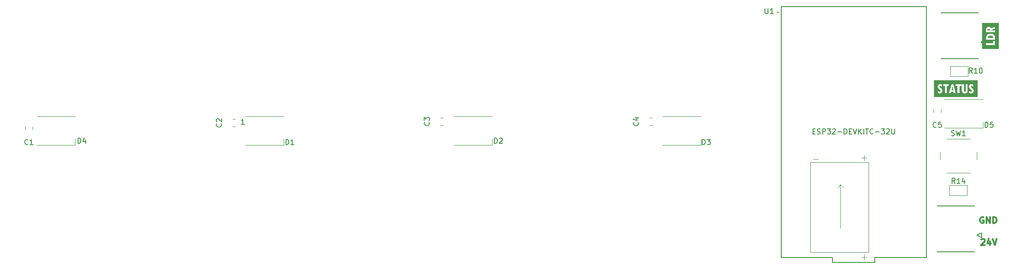
<source format=gto>
%TF.GenerationSoftware,KiCad,Pcbnew,(7.0.0)*%
%TF.CreationDate,2023-08-23T12:35:54+05:30*%
%TF.ProjectId,X1A51B8-v1,58314135-3142-4382-9d76-312e6b696361,rev?*%
%TF.SameCoordinates,Original*%
%TF.FileFunction,Legend,Top*%
%TF.FilePolarity,Positive*%
%FSLAX46Y46*%
G04 Gerber Fmt 4.6, Leading zero omitted, Abs format (unit mm)*
G04 Created by KiCad (PCBNEW (7.0.0)) date 2023-08-23 12:35:54*
%MOMM*%
%LPD*%
G01*
G04 APERTURE LIST*
%ADD10C,0.300000*%
%ADD11C,0.150000*%
%ADD12C,0.120000*%
%ADD13C,0.127000*%
%ADD14C,0.200000*%
G04 APERTURE END LIST*
D10*
G36*
X259357745Y-87012527D02*
G01*
X259026552Y-87012527D01*
X259201430Y-86247070D01*
X259206803Y-86247070D01*
X259357745Y-87012527D01*
G37*
G36*
X264001345Y-88310977D02*
G01*
X255632499Y-88310977D01*
X255632499Y-86249512D01*
X256368213Y-86249512D01*
X256368717Y-86272441D01*
X256370228Y-86295308D01*
X256372747Y-86318114D01*
X256376273Y-86340859D01*
X256380807Y-86363543D01*
X256386348Y-86386166D01*
X256392897Y-86408728D01*
X256400453Y-86431229D01*
X256409024Y-86453684D01*
X256418619Y-86476109D01*
X256429236Y-86498503D01*
X256440875Y-86520866D01*
X256453538Y-86543199D01*
X256463706Y-86559929D01*
X256474449Y-86576641D01*
X256485768Y-86593337D01*
X256497662Y-86610015D01*
X256501894Y-86615631D01*
X256516293Y-86633569D01*
X256533242Y-86653138D01*
X256552740Y-86674338D01*
X256567156Y-86689379D01*
X256582706Y-86705144D01*
X256599389Y-86721634D01*
X256617205Y-86738849D01*
X256636155Y-86756790D01*
X256656238Y-86775455D01*
X256677455Y-86794846D01*
X256699805Y-86814961D01*
X256723289Y-86835802D01*
X256747906Y-86857368D01*
X256773656Y-86879659D01*
X256781771Y-86886691D01*
X256797227Y-86900632D01*
X256818479Y-86921236D01*
X256837412Y-86941470D01*
X256854027Y-86961335D01*
X256868324Y-86980831D01*
X256880303Y-86999958D01*
X256889963Y-87018716D01*
X256897304Y-87037104D01*
X256903487Y-87061047D01*
X256905547Y-87084334D01*
X256905092Y-87095795D01*
X256901451Y-87117685D01*
X256894170Y-87138201D01*
X256883248Y-87157344D01*
X256868685Y-87175113D01*
X256853768Y-87188870D01*
X256847255Y-87194017D01*
X256830089Y-87205430D01*
X256811659Y-87214768D01*
X256791964Y-87222031D01*
X256771006Y-87227218D01*
X256748783Y-87230331D01*
X256725296Y-87231369D01*
X256703862Y-87230636D01*
X256682424Y-87228438D01*
X256660982Y-87224774D01*
X256639536Y-87219645D01*
X256618087Y-87213050D01*
X256596634Y-87204990D01*
X256575176Y-87195465D01*
X256553715Y-87184474D01*
X256532251Y-87172018D01*
X256510782Y-87158096D01*
X256489310Y-87142709D01*
X256467834Y-87125856D01*
X256446354Y-87107538D01*
X256424870Y-87087754D01*
X256403382Y-87066505D01*
X256381891Y-87043790D01*
X256381891Y-87387684D01*
X256404269Y-87410399D01*
X256426709Y-87431648D01*
X256449210Y-87451431D01*
X256471772Y-87469750D01*
X256494395Y-87486602D01*
X256517079Y-87501990D01*
X256539824Y-87515912D01*
X256562630Y-87528368D01*
X256585498Y-87539359D01*
X256608426Y-87548884D01*
X256631415Y-87556944D01*
X256654466Y-87563539D01*
X256677577Y-87568668D01*
X256700750Y-87572332D01*
X256723983Y-87574530D01*
X256747278Y-87575263D01*
X256775467Y-87574694D01*
X256803003Y-87572988D01*
X256829887Y-87570145D01*
X256856119Y-87566165D01*
X256881697Y-87561047D01*
X256906623Y-87554792D01*
X256930897Y-87547400D01*
X256954518Y-87538870D01*
X256977486Y-87529204D01*
X256999802Y-87518400D01*
X257021465Y-87506459D01*
X257042476Y-87493380D01*
X257062834Y-87479164D01*
X257082539Y-87463812D01*
X257101592Y-87447321D01*
X257119993Y-87429694D01*
X257137561Y-87411181D01*
X257153996Y-87392035D01*
X257169297Y-87372255D01*
X257183465Y-87351841D01*
X257196500Y-87330795D01*
X257208401Y-87309114D01*
X257219168Y-87286800D01*
X257228803Y-87263853D01*
X257237304Y-87240272D01*
X257244671Y-87216058D01*
X257250905Y-87191210D01*
X257256005Y-87165728D01*
X257259972Y-87139613D01*
X257262806Y-87112865D01*
X257264506Y-87085483D01*
X257265073Y-87057468D01*
X257264916Y-87043126D01*
X257264095Y-87021871D01*
X257262569Y-87000926D01*
X257260340Y-86980289D01*
X257257406Y-86959961D01*
X257253768Y-86939943D01*
X257249426Y-86920234D01*
X257244380Y-86900834D01*
X257238630Y-86881743D01*
X257232175Y-86862961D01*
X257225017Y-86844488D01*
X257222518Y-86838407D01*
X257214713Y-86820468D01*
X257203585Y-86797258D01*
X257191632Y-86774856D01*
X257178855Y-86753263D01*
X257165254Y-86732480D01*
X257150828Y-86712505D01*
X257135578Y-86693340D01*
X257119504Y-86674983D01*
X257106341Y-86660964D01*
X257091580Y-86646018D01*
X257075223Y-86630144D01*
X257057268Y-86613343D01*
X257037716Y-86595614D01*
X257016567Y-86576958D01*
X257001581Y-86564006D01*
X256985884Y-86550641D01*
X256969478Y-86536864D01*
X256952362Y-86522675D01*
X256934536Y-86508074D01*
X256916000Y-86493061D01*
X256896755Y-86477635D01*
X256887558Y-86470035D01*
X256870041Y-86455025D01*
X256853692Y-86440271D01*
X256838511Y-86425773D01*
X256824498Y-86411531D01*
X256805667Y-86390647D01*
X256789464Y-86370338D01*
X256775889Y-86350604D01*
X256764941Y-86331446D01*
X256756620Y-86312863D01*
X256749614Y-86288981D01*
X256747278Y-86266121D01*
X256748944Y-86247963D01*
X256755098Y-86227647D01*
X256765787Y-86208266D01*
X256778558Y-86192398D01*
X256794661Y-86177217D01*
X256800635Y-86172366D01*
X256819177Y-86159692D01*
X256838646Y-86149835D01*
X256859042Y-86142794D01*
X256880365Y-86138569D01*
X256902616Y-86137161D01*
X256928003Y-86138809D01*
X256953604Y-86143755D01*
X256979420Y-86151998D01*
X257005450Y-86163539D01*
X257022923Y-86173064D01*
X257040491Y-86184055D01*
X257058155Y-86196512D01*
X257075914Y-86210434D01*
X257093769Y-86225821D01*
X257111719Y-86242674D01*
X257129764Y-86260992D01*
X257147905Y-86280775D01*
X257166141Y-86302025D01*
X257184473Y-86324739D01*
X257184473Y-85887056D01*
X257164200Y-85875699D01*
X257143928Y-85865074D01*
X257123656Y-85855182D01*
X257103384Y-85846023D01*
X257083112Y-85837597D01*
X257062840Y-85829903D01*
X257047193Y-85824530D01*
X257413084Y-85824530D01*
X257413084Y-86168424D01*
X257754047Y-86168424D01*
X257754047Y-87544000D01*
X258123342Y-87544000D01*
X258533670Y-87544000D01*
X258896615Y-87544000D01*
X258959630Y-87293895D01*
X259411479Y-87293895D01*
X259468143Y-87544000D01*
X259830600Y-87544000D01*
X259400732Y-85824530D01*
X259839881Y-85824530D01*
X259839881Y-86168424D01*
X260180844Y-86168424D01*
X260180844Y-87544000D01*
X260550139Y-87544000D01*
X260550139Y-86165981D01*
X260884263Y-86165981D01*
X260884263Y-85824530D01*
X261025924Y-85824530D01*
X261025924Y-87028159D01*
X261026485Y-87060654D01*
X261028168Y-87092196D01*
X261030973Y-87122784D01*
X261034900Y-87152417D01*
X261039949Y-87181097D01*
X261046120Y-87208822D01*
X261053413Y-87235593D01*
X261061828Y-87261411D01*
X261071365Y-87286274D01*
X261082024Y-87310183D01*
X261093805Y-87333138D01*
X261106707Y-87355139D01*
X261120732Y-87376186D01*
X261135879Y-87396278D01*
X261152148Y-87415417D01*
X261169539Y-87433602D01*
X261187972Y-87450756D01*
X261207366Y-87466803D01*
X261227722Y-87481744D01*
X261249040Y-87495578D01*
X261271320Y-87508306D01*
X261294561Y-87519926D01*
X261318764Y-87530440D01*
X261343928Y-87539847D01*
X261370055Y-87548148D01*
X261397143Y-87555342D01*
X261425192Y-87561429D01*
X261454204Y-87566409D01*
X261484177Y-87570282D01*
X261515112Y-87573049D01*
X261547009Y-87574709D01*
X261579867Y-87575263D01*
X261611546Y-87574724D01*
X261642347Y-87573110D01*
X261672271Y-87570420D01*
X261701317Y-87566653D01*
X261729485Y-87561810D01*
X261756775Y-87555891D01*
X261783188Y-87548896D01*
X261808722Y-87540824D01*
X261833380Y-87531677D01*
X261857159Y-87521453D01*
X261880060Y-87510153D01*
X261902084Y-87497777D01*
X261923230Y-87484324D01*
X261943499Y-87469795D01*
X261962889Y-87454191D01*
X261981402Y-87437510D01*
X261998970Y-87419823D01*
X262015405Y-87401324D01*
X262030707Y-87382011D01*
X262044875Y-87361886D01*
X262057909Y-87340948D01*
X262069810Y-87319197D01*
X262080578Y-87296633D01*
X262090212Y-87273256D01*
X262098713Y-87249067D01*
X262106080Y-87224064D01*
X262112314Y-87198249D01*
X262117415Y-87171621D01*
X262121382Y-87144180D01*
X262124216Y-87115926D01*
X262125916Y-87086859D01*
X262126482Y-87056979D01*
X262126482Y-86249512D01*
X262368771Y-86249512D01*
X262369275Y-86272441D01*
X262370786Y-86295308D01*
X262373305Y-86318114D01*
X262376831Y-86340859D01*
X262381365Y-86363543D01*
X262386906Y-86386166D01*
X262393455Y-86408728D01*
X262401011Y-86431229D01*
X262409583Y-86453684D01*
X262419177Y-86476109D01*
X262429794Y-86498503D01*
X262441434Y-86520866D01*
X262454096Y-86543199D01*
X262464264Y-86559929D01*
X262475007Y-86576641D01*
X262486326Y-86593337D01*
X262498220Y-86610015D01*
X262502453Y-86615631D01*
X262516851Y-86633569D01*
X262533800Y-86653138D01*
X262553299Y-86674338D01*
X262567715Y-86689379D01*
X262583264Y-86705144D01*
X262599947Y-86721634D01*
X262617764Y-86738849D01*
X262636713Y-86756790D01*
X262656797Y-86775455D01*
X262678013Y-86794846D01*
X262700363Y-86814961D01*
X262723847Y-86835802D01*
X262748464Y-86857368D01*
X262774214Y-86879659D01*
X262782329Y-86886691D01*
X262797785Y-86900632D01*
X262819037Y-86921236D01*
X262837970Y-86941470D01*
X262854586Y-86961335D01*
X262868882Y-86980831D01*
X262880861Y-86999958D01*
X262890521Y-87018716D01*
X262897862Y-87037104D01*
X262904045Y-87061047D01*
X262906106Y-87084334D01*
X262905650Y-87095795D01*
X262902010Y-87117685D01*
X262894728Y-87138201D01*
X262883806Y-87157344D01*
X262869243Y-87175113D01*
X262854326Y-87188870D01*
X262847814Y-87194017D01*
X262830647Y-87205430D01*
X262812217Y-87214768D01*
X262792523Y-87222031D01*
X262771564Y-87227218D01*
X262749341Y-87230331D01*
X262725854Y-87231369D01*
X262704420Y-87230636D01*
X262682982Y-87228438D01*
X262661540Y-87224774D01*
X262640095Y-87219645D01*
X262618645Y-87213050D01*
X262597192Y-87204990D01*
X262575735Y-87195465D01*
X262554274Y-87184474D01*
X262532809Y-87172018D01*
X262511340Y-87158096D01*
X262489868Y-87142709D01*
X262468392Y-87125856D01*
X262446912Y-87107538D01*
X262425428Y-87087754D01*
X262403940Y-87066505D01*
X262382449Y-87043790D01*
X262382449Y-87387684D01*
X262404828Y-87410399D01*
X262427267Y-87431648D01*
X262449768Y-87451431D01*
X262472330Y-87469750D01*
X262494953Y-87486602D01*
X262517637Y-87501990D01*
X262540382Y-87515912D01*
X262563189Y-87528368D01*
X262586056Y-87539359D01*
X262608984Y-87548884D01*
X262631974Y-87556944D01*
X262655024Y-87563539D01*
X262678135Y-87568668D01*
X262701308Y-87572332D01*
X262724542Y-87574530D01*
X262747836Y-87575263D01*
X262776025Y-87574694D01*
X262803562Y-87572988D01*
X262830446Y-87570145D01*
X262856677Y-87566165D01*
X262882256Y-87561047D01*
X262907182Y-87554792D01*
X262931455Y-87547400D01*
X262955076Y-87538870D01*
X262978045Y-87529204D01*
X263000360Y-87518400D01*
X263022024Y-87506459D01*
X263043034Y-87493380D01*
X263063392Y-87479164D01*
X263083098Y-87463812D01*
X263102151Y-87447321D01*
X263120551Y-87429694D01*
X263138119Y-87411181D01*
X263154554Y-87392035D01*
X263169855Y-87372255D01*
X263184023Y-87351841D01*
X263197058Y-87330795D01*
X263208959Y-87309114D01*
X263219727Y-87286800D01*
X263229361Y-87263853D01*
X263237862Y-87240272D01*
X263245229Y-87216058D01*
X263251463Y-87191210D01*
X263256564Y-87165728D01*
X263260531Y-87139613D01*
X263263364Y-87112865D01*
X263265064Y-87085483D01*
X263265631Y-87057468D01*
X263265475Y-87043126D01*
X263264653Y-87021871D01*
X263263128Y-87000926D01*
X263260898Y-86980289D01*
X263257964Y-86959961D01*
X263254326Y-86939943D01*
X263249984Y-86920234D01*
X263244938Y-86900834D01*
X263239188Y-86881743D01*
X263232734Y-86862961D01*
X263225575Y-86844488D01*
X263223076Y-86838407D01*
X263215271Y-86820468D01*
X263204143Y-86797258D01*
X263192190Y-86774856D01*
X263179413Y-86753263D01*
X263165812Y-86732480D01*
X263151386Y-86712505D01*
X263136137Y-86693340D01*
X263120062Y-86674983D01*
X263106899Y-86660964D01*
X263092138Y-86646018D01*
X263075781Y-86630144D01*
X263057826Y-86613343D01*
X263038274Y-86595614D01*
X263017125Y-86576958D01*
X263002139Y-86564006D01*
X262986442Y-86550641D01*
X262970036Y-86536864D01*
X262952920Y-86522675D01*
X262935094Y-86508074D01*
X262916558Y-86493061D01*
X262897313Y-86477635D01*
X262888117Y-86470035D01*
X262870600Y-86455025D01*
X262854251Y-86440271D01*
X262839069Y-86425773D01*
X262825056Y-86411531D01*
X262806226Y-86390647D01*
X262790022Y-86370338D01*
X262776447Y-86350604D01*
X262765499Y-86331446D01*
X262757178Y-86312863D01*
X262750172Y-86288981D01*
X262747836Y-86266121D01*
X262749502Y-86247963D01*
X262755656Y-86227647D01*
X262766345Y-86208266D01*
X262779116Y-86192398D01*
X262795219Y-86177217D01*
X262801194Y-86172366D01*
X262819735Y-86159692D01*
X262839204Y-86149835D01*
X262859600Y-86142794D01*
X262880924Y-86138569D01*
X262903175Y-86137161D01*
X262928561Y-86138809D01*
X262954162Y-86143755D01*
X262979978Y-86151998D01*
X263006009Y-86163539D01*
X263023481Y-86173064D01*
X263041050Y-86184055D01*
X263058713Y-86196512D01*
X263076473Y-86210434D01*
X263094327Y-86225821D01*
X263112277Y-86242674D01*
X263130322Y-86260992D01*
X263148463Y-86280775D01*
X263166699Y-86302025D01*
X263185031Y-86324739D01*
X263185031Y-85887056D01*
X263164759Y-85875699D01*
X263144487Y-85865074D01*
X263124214Y-85855182D01*
X263103942Y-85846023D01*
X263083670Y-85837597D01*
X263063398Y-85829903D01*
X263043126Y-85822942D01*
X263022854Y-85816714D01*
X263002581Y-85811219D01*
X262982309Y-85806456D01*
X262962037Y-85802426D01*
X262941765Y-85799129D01*
X262921493Y-85796564D01*
X262901221Y-85794732D01*
X262880949Y-85793633D01*
X262860676Y-85793267D01*
X262834167Y-85793772D01*
X262808248Y-85795289D01*
X262782921Y-85797818D01*
X262758186Y-85801357D01*
X262734042Y-85805908D01*
X262710490Y-85811470D01*
X262687529Y-85818044D01*
X262665160Y-85825629D01*
X262643382Y-85834225D01*
X262622196Y-85843833D01*
X262601602Y-85854452D01*
X262581598Y-85866082D01*
X262562187Y-85878723D01*
X262543367Y-85892376D01*
X262525138Y-85907040D01*
X262507501Y-85922715D01*
X262490702Y-85939105D01*
X262474986Y-85956032D01*
X262460355Y-85973497D01*
X262446807Y-85991500D01*
X262434343Y-86010042D01*
X262422963Y-86029121D01*
X262412666Y-86048739D01*
X262403454Y-86068895D01*
X262395325Y-86089589D01*
X262388280Y-86110821D01*
X262382319Y-86132591D01*
X262377442Y-86154899D01*
X262373649Y-86177745D01*
X262370939Y-86201129D01*
X262369313Y-86225052D01*
X262368771Y-86249512D01*
X262126482Y-86249512D01*
X262126482Y-85824530D01*
X261751325Y-85824530D01*
X261751325Y-86995919D01*
X261751281Y-87002623D01*
X261750608Y-87022220D01*
X261748456Y-87047148D01*
X261744868Y-87070703D01*
X261739846Y-87092883D01*
X261733389Y-87113689D01*
X261725497Y-87133122D01*
X261716170Y-87151181D01*
X261705408Y-87167866D01*
X261699534Y-87175555D01*
X261683683Y-87192609D01*
X261666161Y-87206563D01*
X261646970Y-87217415D01*
X261626109Y-87225167D01*
X261603579Y-87229818D01*
X261579378Y-87231369D01*
X261558717Y-87230346D01*
X261539231Y-87227278D01*
X261516526Y-87220566D01*
X261495658Y-87210658D01*
X261476627Y-87197553D01*
X261459432Y-87181253D01*
X261446999Y-87165912D01*
X261435893Y-87148547D01*
X261426269Y-87129428D01*
X261418125Y-87108553D01*
X261411461Y-87085922D01*
X261406279Y-87061536D01*
X261403364Y-87042094D01*
X261401282Y-87021665D01*
X261400032Y-87000249D01*
X261399616Y-86977845D01*
X261399616Y-85824530D01*
X261025924Y-85824530D01*
X260884263Y-85824530D01*
X259839881Y-85824530D01*
X259400732Y-85824530D01*
X259024110Y-85824530D01*
X258685261Y-87012527D01*
X258533670Y-87544000D01*
X258123342Y-87544000D01*
X258123342Y-86165981D01*
X258457466Y-86165981D01*
X258457466Y-85824530D01*
X257413084Y-85824530D01*
X257047193Y-85824530D01*
X257042568Y-85822942D01*
X257022295Y-85816714D01*
X257002023Y-85811219D01*
X256981751Y-85806456D01*
X256961479Y-85802426D01*
X256941207Y-85799129D01*
X256920935Y-85796564D01*
X256900662Y-85794732D01*
X256880390Y-85793633D01*
X256860118Y-85793267D01*
X256833608Y-85793772D01*
X256807690Y-85795289D01*
X256782363Y-85797818D01*
X256757628Y-85801357D01*
X256733484Y-85805908D01*
X256709932Y-85811470D01*
X256686971Y-85818044D01*
X256664602Y-85825629D01*
X256642824Y-85834225D01*
X256621638Y-85843833D01*
X256601043Y-85854452D01*
X256581040Y-85866082D01*
X256561629Y-85878723D01*
X256542809Y-85892376D01*
X256524580Y-85907040D01*
X256506943Y-85922715D01*
X256490144Y-85939105D01*
X256474428Y-85956032D01*
X256459796Y-85973497D01*
X256446249Y-85991500D01*
X256433785Y-86010042D01*
X256422404Y-86029121D01*
X256412108Y-86048739D01*
X256402896Y-86068895D01*
X256394767Y-86089589D01*
X256387722Y-86110821D01*
X256381761Y-86132591D01*
X256376884Y-86154899D01*
X256373090Y-86177745D01*
X256370381Y-86201129D01*
X256368755Y-86225052D01*
X256368213Y-86249512D01*
X255632499Y-86249512D01*
X255632499Y-85057553D01*
X264001345Y-85057553D01*
X264001345Y-88310977D01*
G37*
G36*
X266578110Y-76508102D02*
G01*
X266615633Y-76509510D01*
X266651306Y-76511857D01*
X266685128Y-76515143D01*
X266717099Y-76519368D01*
X266747219Y-76524531D01*
X266775488Y-76530633D01*
X266801907Y-76537674D01*
X266826474Y-76545654D01*
X266849191Y-76554573D01*
X266870056Y-76564430D01*
X266889071Y-76575227D01*
X266906235Y-76586962D01*
X266928510Y-76606325D01*
X266946621Y-76627800D01*
X266956972Y-76642787D01*
X266971248Y-76665138D01*
X266984020Y-76687334D01*
X266995290Y-76709376D01*
X267005058Y-76731263D01*
X267013322Y-76752996D01*
X267020084Y-76774575D01*
X267025344Y-76795998D01*
X267029100Y-76817267D01*
X267031354Y-76838382D01*
X267032106Y-76859342D01*
X267032106Y-76903306D01*
X266000424Y-76903306D01*
X266000424Y-76862273D01*
X266001195Y-76839284D01*
X266003507Y-76816478D01*
X266007362Y-76793855D01*
X266012758Y-76771415D01*
X266019696Y-76749158D01*
X266028176Y-76727085D01*
X266038197Y-76705194D01*
X266049761Y-76683487D01*
X266056071Y-76672844D01*
X266069917Y-76652541D01*
X266085395Y-76633551D01*
X266102508Y-76615874D01*
X266121253Y-76599510D01*
X266141632Y-76584458D01*
X266163645Y-76570720D01*
X266181226Y-76561277D01*
X266199726Y-76552573D01*
X266219887Y-76544542D01*
X266242453Y-76537300D01*
X266267423Y-76530849D01*
X266294797Y-76525187D01*
X266314383Y-76521852D01*
X266335036Y-76518868D01*
X266356759Y-76516234D01*
X266379550Y-76513952D01*
X266403409Y-76512021D01*
X266428337Y-76510441D01*
X266454334Y-76509212D01*
X266481399Y-76508335D01*
X266509533Y-76507808D01*
X266538735Y-76507632D01*
X266578110Y-76508102D01*
G37*
G36*
X266192850Y-75194142D02*
G01*
X266212808Y-75194850D01*
X266238377Y-75197117D01*
X266262756Y-75200895D01*
X266285944Y-75206184D01*
X266307941Y-75212985D01*
X266328747Y-75221297D01*
X266348363Y-75231120D01*
X266366788Y-75242454D01*
X266379534Y-75252602D01*
X266394577Y-75269780D01*
X266407392Y-75291124D01*
X266415541Y-75309867D01*
X266422436Y-75330955D01*
X266428078Y-75354386D01*
X266432466Y-75380162D01*
X266435600Y-75408282D01*
X266436993Y-75428331D01*
X266437828Y-75449422D01*
X266438107Y-75471554D01*
X265937898Y-75471554D01*
X265937898Y-75395839D01*
X265938867Y-75371409D01*
X265941775Y-75348555D01*
X265946622Y-75327277D01*
X265953407Y-75307576D01*
X265962131Y-75289450D01*
X265972794Y-75272901D01*
X265985395Y-75257928D01*
X265999935Y-75244531D01*
X266016414Y-75232710D01*
X266034831Y-75222465D01*
X266055188Y-75213796D01*
X266077482Y-75206703D01*
X266101716Y-75201187D01*
X266127888Y-75197247D01*
X266155999Y-75194882D01*
X266186048Y-75194094D01*
X266192850Y-75194142D01*
G37*
G36*
X268111714Y-79039021D02*
G01*
X264920816Y-79039021D01*
X264920816Y-78303306D01*
X265656530Y-78303306D01*
X267376000Y-78303306D01*
X267376000Y-77500724D01*
X267032106Y-77500724D01*
X267032106Y-77934988D01*
X265656530Y-77934988D01*
X265656530Y-78303306D01*
X264920816Y-78303306D01*
X264920816Y-77278463D01*
X265656530Y-77278463D01*
X267376000Y-77278463D01*
X267376000Y-76881324D01*
X267375781Y-76858591D01*
X267375124Y-76836187D01*
X267374029Y-76814112D01*
X267372496Y-76792366D01*
X267370526Y-76770950D01*
X267368117Y-76749862D01*
X267365270Y-76729104D01*
X267361986Y-76708675D01*
X267358264Y-76688575D01*
X267354104Y-76668804D01*
X267349505Y-76649362D01*
X267344469Y-76630250D01*
X267333083Y-76593012D01*
X267319946Y-76557092D01*
X267305056Y-76522487D01*
X267288416Y-76489200D01*
X267270023Y-76457229D01*
X267249879Y-76426574D01*
X267227983Y-76397237D01*
X267204335Y-76369215D01*
X267178936Y-76342511D01*
X267151785Y-76317123D01*
X267137553Y-76304951D01*
X267107961Y-76281767D01*
X267076866Y-76260129D01*
X267044267Y-76240036D01*
X267010165Y-76221489D01*
X266992550Y-76212795D01*
X266974559Y-76204487D01*
X266956192Y-76196566D01*
X266937449Y-76189031D01*
X266918330Y-76181883D01*
X266898836Y-76175121D01*
X266878965Y-76168745D01*
X266858719Y-76162756D01*
X266838097Y-76157153D01*
X266817098Y-76151937D01*
X266795724Y-76147107D01*
X266773974Y-76142663D01*
X266751848Y-76138606D01*
X266729347Y-76134936D01*
X266706469Y-76131651D01*
X266683215Y-76128753D01*
X266659586Y-76126242D01*
X266635580Y-76124116D01*
X266611199Y-76122378D01*
X266586442Y-76121025D01*
X266561308Y-76120059D01*
X266535799Y-76119480D01*
X266509914Y-76119286D01*
X266484304Y-76119484D01*
X266459070Y-76120078D01*
X266434211Y-76121068D01*
X266409729Y-76122454D01*
X266385622Y-76124236D01*
X266361892Y-76126413D01*
X266338537Y-76128987D01*
X266315558Y-76131956D01*
X266292955Y-76135322D01*
X266270728Y-76139083D01*
X266248877Y-76143241D01*
X266227402Y-76147794D01*
X266206302Y-76152743D01*
X266185579Y-76158088D01*
X266165231Y-76163830D01*
X266145260Y-76169967D01*
X266125664Y-76176500D01*
X266106444Y-76183429D01*
X266087600Y-76190754D01*
X266069132Y-76198474D01*
X266051040Y-76206591D01*
X266033324Y-76215104D01*
X265999019Y-76233317D01*
X265966218Y-76253114D01*
X265934921Y-76274495D01*
X265905127Y-76297460D01*
X265876837Y-76322008D01*
X265850159Y-76347838D01*
X265825202Y-76374772D01*
X265801967Y-76402808D01*
X265780453Y-76431948D01*
X265760659Y-76462190D01*
X265742587Y-76493535D01*
X265726236Y-76525983D01*
X265711607Y-76559534D01*
X265698698Y-76594188D01*
X265687511Y-76629945D01*
X265678044Y-76666804D01*
X265670299Y-76704767D01*
X265667072Y-76724162D01*
X265664275Y-76743832D01*
X265661908Y-76763779D01*
X265659972Y-76784001D01*
X265658466Y-76804499D01*
X265657390Y-76825272D01*
X265656745Y-76846321D01*
X265656530Y-76867646D01*
X265656530Y-76903306D01*
X265656530Y-77278463D01*
X264920816Y-77278463D01*
X264920816Y-75841338D01*
X265656530Y-75841338D01*
X267376000Y-75841338D01*
X267376000Y-75471554D01*
X266525057Y-75471554D01*
X266525057Y-75466181D01*
X267376000Y-75168205D01*
X267376000Y-74788651D01*
X266598330Y-75092489D01*
X266587755Y-75074062D01*
X266577035Y-75056273D01*
X266566170Y-75039120D01*
X266555160Y-75022605D01*
X266538373Y-74999028D01*
X266521260Y-74976884D01*
X266503821Y-74956175D01*
X266486055Y-74936899D01*
X266467963Y-74919057D01*
X266449544Y-74902650D01*
X266430800Y-74887676D01*
X266411729Y-74874136D01*
X266391992Y-74861827D01*
X266371251Y-74850729D01*
X266349505Y-74840841D01*
X266326755Y-74832165D01*
X266303000Y-74824699D01*
X266278240Y-74818443D01*
X266252476Y-74813399D01*
X266225707Y-74809565D01*
X266197934Y-74806941D01*
X266169156Y-74805529D01*
X266149412Y-74805260D01*
X266132962Y-74805498D01*
X266108423Y-74806751D01*
X266084046Y-74809076D01*
X266059833Y-74812475D01*
X266035784Y-74816947D01*
X266011897Y-74822493D01*
X265988173Y-74829112D01*
X265964613Y-74836804D01*
X265941216Y-74845569D01*
X265917982Y-74855408D01*
X265894911Y-74866321D01*
X265879838Y-74874276D01*
X265858181Y-74887417D01*
X265837666Y-74902010D01*
X265818294Y-74918055D01*
X265800063Y-74935550D01*
X265782974Y-74954496D01*
X265767027Y-74974894D01*
X265752222Y-74996743D01*
X265738559Y-75020043D01*
X265726038Y-75044794D01*
X265714660Y-75070996D01*
X265707620Y-75088952D01*
X265697913Y-75115899D01*
X265689228Y-75142864D01*
X265681564Y-75169847D01*
X265674922Y-75196846D01*
X265669303Y-75223862D01*
X265664704Y-75250896D01*
X265661128Y-75277947D01*
X265658573Y-75305015D01*
X265657041Y-75332100D01*
X265656530Y-75359203D01*
X265656530Y-75471554D01*
X265656530Y-75841338D01*
X264920816Y-75841338D01*
X264920816Y-74052938D01*
X268111714Y-74052938D01*
X268111714Y-79039021D01*
G37*
X264728571Y-115653142D02*
X264785714Y-115596000D01*
X264785714Y-115596000D02*
X264900000Y-115538857D01*
X264900000Y-115538857D02*
X265185714Y-115538857D01*
X265185714Y-115538857D02*
X265300000Y-115596000D01*
X265300000Y-115596000D02*
X265357142Y-115653142D01*
X265357142Y-115653142D02*
X265414285Y-115767428D01*
X265414285Y-115767428D02*
X265414285Y-115881714D01*
X265414285Y-115881714D02*
X265357142Y-116053142D01*
X265357142Y-116053142D02*
X264671428Y-116738857D01*
X264671428Y-116738857D02*
X265414285Y-116738857D01*
X266442857Y-115938857D02*
X266442857Y-116738857D01*
X266157142Y-115481714D02*
X265871428Y-116338857D01*
X265871428Y-116338857D02*
X266614285Y-116338857D01*
X266899999Y-115538857D02*
X267299999Y-116738857D01*
X267299999Y-116738857D02*
X267699999Y-115538857D01*
X265164285Y-111346000D02*
X265050000Y-111288857D01*
X265050000Y-111288857D02*
X264878571Y-111288857D01*
X264878571Y-111288857D02*
X264707142Y-111346000D01*
X264707142Y-111346000D02*
X264592857Y-111460285D01*
X264592857Y-111460285D02*
X264535714Y-111574571D01*
X264535714Y-111574571D02*
X264478571Y-111803142D01*
X264478571Y-111803142D02*
X264478571Y-111974571D01*
X264478571Y-111974571D02*
X264535714Y-112203142D01*
X264535714Y-112203142D02*
X264592857Y-112317428D01*
X264592857Y-112317428D02*
X264707142Y-112431714D01*
X264707142Y-112431714D02*
X264878571Y-112488857D01*
X264878571Y-112488857D02*
X264992857Y-112488857D01*
X264992857Y-112488857D02*
X265164285Y-112431714D01*
X265164285Y-112431714D02*
X265221428Y-112374571D01*
X265221428Y-112374571D02*
X265221428Y-111974571D01*
X265221428Y-111974571D02*
X264992857Y-111974571D01*
X265735714Y-112488857D02*
X265735714Y-111288857D01*
X265735714Y-111288857D02*
X266421428Y-112488857D01*
X266421428Y-112488857D02*
X266421428Y-111288857D01*
X266992857Y-112488857D02*
X266992857Y-111288857D01*
X266992857Y-111288857D02*
X267278571Y-111288857D01*
X267278571Y-111288857D02*
X267450000Y-111346000D01*
X267450000Y-111346000D02*
X267564285Y-111460285D01*
X267564285Y-111460285D02*
X267621428Y-111574571D01*
X267621428Y-111574571D02*
X267678571Y-111803142D01*
X267678571Y-111803142D02*
X267678571Y-111974571D01*
X267678571Y-111974571D02*
X267621428Y-112203142D01*
X267621428Y-112203142D02*
X267564285Y-112317428D01*
X267564285Y-112317428D02*
X267450000Y-112431714D01*
X267450000Y-112431714D02*
X267278571Y-112488857D01*
X267278571Y-112488857D02*
X266992857Y-112488857D01*
D11*
%TO.C,R10*%
X263009142Y-83679380D02*
X262675809Y-83203190D01*
X262437714Y-83679380D02*
X262437714Y-82679380D01*
X262437714Y-82679380D02*
X262818666Y-82679380D01*
X262818666Y-82679380D02*
X262913904Y-82727000D01*
X262913904Y-82727000D02*
X262961523Y-82774619D01*
X262961523Y-82774619D02*
X263009142Y-82869857D01*
X263009142Y-82869857D02*
X263009142Y-83012714D01*
X263009142Y-83012714D02*
X262961523Y-83107952D01*
X262961523Y-83107952D02*
X262913904Y-83155571D01*
X262913904Y-83155571D02*
X262818666Y-83203190D01*
X262818666Y-83203190D02*
X262437714Y-83203190D01*
X263961523Y-83679380D02*
X263390095Y-83679380D01*
X263675809Y-83679380D02*
X263675809Y-82679380D01*
X263675809Y-82679380D02*
X263580571Y-82822238D01*
X263580571Y-82822238D02*
X263485333Y-82917476D01*
X263485333Y-82917476D02*
X263390095Y-82965095D01*
X264580571Y-82679380D02*
X264675809Y-82679380D01*
X264675809Y-82679380D02*
X264771047Y-82727000D01*
X264771047Y-82727000D02*
X264818666Y-82774619D01*
X264818666Y-82774619D02*
X264866285Y-82869857D01*
X264866285Y-82869857D02*
X264913904Y-83060333D01*
X264913904Y-83060333D02*
X264913904Y-83298428D01*
X264913904Y-83298428D02*
X264866285Y-83488904D01*
X264866285Y-83488904D02*
X264818666Y-83584142D01*
X264818666Y-83584142D02*
X264771047Y-83631761D01*
X264771047Y-83631761D02*
X264675809Y-83679380D01*
X264675809Y-83679380D02*
X264580571Y-83679380D01*
X264580571Y-83679380D02*
X264485333Y-83631761D01*
X264485333Y-83631761D02*
X264437714Y-83584142D01*
X264437714Y-83584142D02*
X264390095Y-83488904D01*
X264390095Y-83488904D02*
X264342476Y-83298428D01*
X264342476Y-83298428D02*
X264342476Y-83060333D01*
X264342476Y-83060333D02*
X264390095Y-82869857D01*
X264390095Y-82869857D02*
X264437714Y-82774619D01*
X264437714Y-82774619D02*
X264485333Y-82727000D01*
X264485333Y-82727000D02*
X264580571Y-82679380D01*
%TO.C,D3*%
X211219905Y-97395380D02*
X211219905Y-96395380D01*
X211219905Y-96395380D02*
X211458000Y-96395380D01*
X211458000Y-96395380D02*
X211600857Y-96443000D01*
X211600857Y-96443000D02*
X211696095Y-96538238D01*
X211696095Y-96538238D02*
X211743714Y-96633476D01*
X211743714Y-96633476D02*
X211791333Y-96823952D01*
X211791333Y-96823952D02*
X211791333Y-96966809D01*
X211791333Y-96966809D02*
X211743714Y-97157285D01*
X211743714Y-97157285D02*
X211696095Y-97252523D01*
X211696095Y-97252523D02*
X211600857Y-97347761D01*
X211600857Y-97347761D02*
X211458000Y-97395380D01*
X211458000Y-97395380D02*
X211219905Y-97395380D01*
X212124667Y-96395380D02*
X212743714Y-96395380D01*
X212743714Y-96395380D02*
X212410381Y-96776333D01*
X212410381Y-96776333D02*
X212553238Y-96776333D01*
X212553238Y-96776333D02*
X212648476Y-96823952D01*
X212648476Y-96823952D02*
X212696095Y-96871571D01*
X212696095Y-96871571D02*
X212743714Y-96966809D01*
X212743714Y-96966809D02*
X212743714Y-97204904D01*
X212743714Y-97204904D02*
X212696095Y-97300142D01*
X212696095Y-97300142D02*
X212648476Y-97347761D01*
X212648476Y-97347761D02*
X212553238Y-97395380D01*
X212553238Y-97395380D02*
X212267524Y-97395380D01*
X212267524Y-97395380D02*
X212172286Y-97347761D01*
X212172286Y-97347761D02*
X212124667Y-97300142D01*
%TO.C,U1*%
X223266095Y-71249380D02*
X223266095Y-72058904D01*
X223266095Y-72058904D02*
X223313714Y-72154142D01*
X223313714Y-72154142D02*
X223361333Y-72201761D01*
X223361333Y-72201761D02*
X223456571Y-72249380D01*
X223456571Y-72249380D02*
X223647047Y-72249380D01*
X223647047Y-72249380D02*
X223742285Y-72201761D01*
X223742285Y-72201761D02*
X223789904Y-72154142D01*
X223789904Y-72154142D02*
X223837523Y-72058904D01*
X223837523Y-72058904D02*
X223837523Y-71249380D01*
X224837523Y-72249380D02*
X224266095Y-72249380D01*
X224551809Y-72249380D02*
X224551809Y-71249380D01*
X224551809Y-71249380D02*
X224456571Y-71392238D01*
X224456571Y-71392238D02*
X224361333Y-71487476D01*
X224361333Y-71487476D02*
X224266095Y-71535095D01*
X232426857Y-94839571D02*
X232760190Y-94839571D01*
X232903047Y-95363380D02*
X232426857Y-95363380D01*
X232426857Y-95363380D02*
X232426857Y-94363380D01*
X232426857Y-94363380D02*
X232903047Y-94363380D01*
X233284000Y-95315761D02*
X233426857Y-95363380D01*
X233426857Y-95363380D02*
X233664952Y-95363380D01*
X233664952Y-95363380D02*
X233760190Y-95315761D01*
X233760190Y-95315761D02*
X233807809Y-95268142D01*
X233807809Y-95268142D02*
X233855428Y-95172904D01*
X233855428Y-95172904D02*
X233855428Y-95077666D01*
X233855428Y-95077666D02*
X233807809Y-94982428D01*
X233807809Y-94982428D02*
X233760190Y-94934809D01*
X233760190Y-94934809D02*
X233664952Y-94887190D01*
X233664952Y-94887190D02*
X233474476Y-94839571D01*
X233474476Y-94839571D02*
X233379238Y-94791952D01*
X233379238Y-94791952D02*
X233331619Y-94744333D01*
X233331619Y-94744333D02*
X233284000Y-94649095D01*
X233284000Y-94649095D02*
X233284000Y-94553857D01*
X233284000Y-94553857D02*
X233331619Y-94458619D01*
X233331619Y-94458619D02*
X233379238Y-94411000D01*
X233379238Y-94411000D02*
X233474476Y-94363380D01*
X233474476Y-94363380D02*
X233712571Y-94363380D01*
X233712571Y-94363380D02*
X233855428Y-94411000D01*
X234284000Y-95363380D02*
X234284000Y-94363380D01*
X234284000Y-94363380D02*
X234664952Y-94363380D01*
X234664952Y-94363380D02*
X234760190Y-94411000D01*
X234760190Y-94411000D02*
X234807809Y-94458619D01*
X234807809Y-94458619D02*
X234855428Y-94553857D01*
X234855428Y-94553857D02*
X234855428Y-94696714D01*
X234855428Y-94696714D02*
X234807809Y-94791952D01*
X234807809Y-94791952D02*
X234760190Y-94839571D01*
X234760190Y-94839571D02*
X234664952Y-94887190D01*
X234664952Y-94887190D02*
X234284000Y-94887190D01*
X235188762Y-94363380D02*
X235807809Y-94363380D01*
X235807809Y-94363380D02*
X235474476Y-94744333D01*
X235474476Y-94744333D02*
X235617333Y-94744333D01*
X235617333Y-94744333D02*
X235712571Y-94791952D01*
X235712571Y-94791952D02*
X235760190Y-94839571D01*
X235760190Y-94839571D02*
X235807809Y-94934809D01*
X235807809Y-94934809D02*
X235807809Y-95172904D01*
X235807809Y-95172904D02*
X235760190Y-95268142D01*
X235760190Y-95268142D02*
X235712571Y-95315761D01*
X235712571Y-95315761D02*
X235617333Y-95363380D01*
X235617333Y-95363380D02*
X235331619Y-95363380D01*
X235331619Y-95363380D02*
X235236381Y-95315761D01*
X235236381Y-95315761D02*
X235188762Y-95268142D01*
X236188762Y-94458619D02*
X236236381Y-94411000D01*
X236236381Y-94411000D02*
X236331619Y-94363380D01*
X236331619Y-94363380D02*
X236569714Y-94363380D01*
X236569714Y-94363380D02*
X236664952Y-94411000D01*
X236664952Y-94411000D02*
X236712571Y-94458619D01*
X236712571Y-94458619D02*
X236760190Y-94553857D01*
X236760190Y-94553857D02*
X236760190Y-94649095D01*
X236760190Y-94649095D02*
X236712571Y-94791952D01*
X236712571Y-94791952D02*
X236141143Y-95363380D01*
X236141143Y-95363380D02*
X236760190Y-95363380D01*
X237188762Y-94982428D02*
X237950667Y-94982428D01*
X238426857Y-95363380D02*
X238426857Y-94363380D01*
X238426857Y-94363380D02*
X238664952Y-94363380D01*
X238664952Y-94363380D02*
X238807809Y-94411000D01*
X238807809Y-94411000D02*
X238903047Y-94506238D01*
X238903047Y-94506238D02*
X238950666Y-94601476D01*
X238950666Y-94601476D02*
X238998285Y-94791952D01*
X238998285Y-94791952D02*
X238998285Y-94934809D01*
X238998285Y-94934809D02*
X238950666Y-95125285D01*
X238950666Y-95125285D02*
X238903047Y-95220523D01*
X238903047Y-95220523D02*
X238807809Y-95315761D01*
X238807809Y-95315761D02*
X238664952Y-95363380D01*
X238664952Y-95363380D02*
X238426857Y-95363380D01*
X239426857Y-94839571D02*
X239760190Y-94839571D01*
X239903047Y-95363380D02*
X239426857Y-95363380D01*
X239426857Y-95363380D02*
X239426857Y-94363380D01*
X239426857Y-94363380D02*
X239903047Y-94363380D01*
X240188762Y-94363380D02*
X240522095Y-95363380D01*
X240522095Y-95363380D02*
X240855428Y-94363380D01*
X241188762Y-95363380D02*
X241188762Y-94363380D01*
X241760190Y-95363380D02*
X241331619Y-94791952D01*
X241760190Y-94363380D02*
X241188762Y-94934809D01*
X242188762Y-95363380D02*
X242188762Y-94363380D01*
X242522095Y-94363380D02*
X243093523Y-94363380D01*
X242807809Y-95363380D02*
X242807809Y-94363380D01*
X243998285Y-95268142D02*
X243950666Y-95315761D01*
X243950666Y-95315761D02*
X243807809Y-95363380D01*
X243807809Y-95363380D02*
X243712571Y-95363380D01*
X243712571Y-95363380D02*
X243569714Y-95315761D01*
X243569714Y-95315761D02*
X243474476Y-95220523D01*
X243474476Y-95220523D02*
X243426857Y-95125285D01*
X243426857Y-95125285D02*
X243379238Y-94934809D01*
X243379238Y-94934809D02*
X243379238Y-94791952D01*
X243379238Y-94791952D02*
X243426857Y-94601476D01*
X243426857Y-94601476D02*
X243474476Y-94506238D01*
X243474476Y-94506238D02*
X243569714Y-94411000D01*
X243569714Y-94411000D02*
X243712571Y-94363380D01*
X243712571Y-94363380D02*
X243807809Y-94363380D01*
X243807809Y-94363380D02*
X243950666Y-94411000D01*
X243950666Y-94411000D02*
X243998285Y-94458619D01*
X244426857Y-94982428D02*
X245188762Y-94982428D01*
X245569714Y-94363380D02*
X246188761Y-94363380D01*
X246188761Y-94363380D02*
X245855428Y-94744333D01*
X245855428Y-94744333D02*
X245998285Y-94744333D01*
X245998285Y-94744333D02*
X246093523Y-94791952D01*
X246093523Y-94791952D02*
X246141142Y-94839571D01*
X246141142Y-94839571D02*
X246188761Y-94934809D01*
X246188761Y-94934809D02*
X246188761Y-95172904D01*
X246188761Y-95172904D02*
X246141142Y-95268142D01*
X246141142Y-95268142D02*
X246093523Y-95315761D01*
X246093523Y-95315761D02*
X245998285Y-95363380D01*
X245998285Y-95363380D02*
X245712571Y-95363380D01*
X245712571Y-95363380D02*
X245617333Y-95315761D01*
X245617333Y-95315761D02*
X245569714Y-95268142D01*
X246569714Y-94458619D02*
X246617333Y-94411000D01*
X246617333Y-94411000D02*
X246712571Y-94363380D01*
X246712571Y-94363380D02*
X246950666Y-94363380D01*
X246950666Y-94363380D02*
X247045904Y-94411000D01*
X247045904Y-94411000D02*
X247093523Y-94458619D01*
X247093523Y-94458619D02*
X247141142Y-94553857D01*
X247141142Y-94553857D02*
X247141142Y-94649095D01*
X247141142Y-94649095D02*
X247093523Y-94791952D01*
X247093523Y-94791952D02*
X246522095Y-95363380D01*
X246522095Y-95363380D02*
X247141142Y-95363380D01*
X247569714Y-94363380D02*
X247569714Y-95172904D01*
X247569714Y-95172904D02*
X247617333Y-95268142D01*
X247617333Y-95268142D02*
X247664952Y-95315761D01*
X247664952Y-95315761D02*
X247760190Y-95363380D01*
X247760190Y-95363380D02*
X247950666Y-95363380D01*
X247950666Y-95363380D02*
X248045904Y-95315761D01*
X248045904Y-95315761D02*
X248093523Y-95268142D01*
X248093523Y-95268142D02*
X248141142Y-95172904D01*
X248141142Y-95172904D02*
X248141142Y-94363380D01*
%TO.C,D1*%
X131341905Y-97395380D02*
X131341905Y-96395380D01*
X131341905Y-96395380D02*
X131580000Y-96395380D01*
X131580000Y-96395380D02*
X131722857Y-96443000D01*
X131722857Y-96443000D02*
X131818095Y-96538238D01*
X131818095Y-96538238D02*
X131865714Y-96633476D01*
X131865714Y-96633476D02*
X131913333Y-96823952D01*
X131913333Y-96823952D02*
X131913333Y-96966809D01*
X131913333Y-96966809D02*
X131865714Y-97157285D01*
X131865714Y-97157285D02*
X131818095Y-97252523D01*
X131818095Y-97252523D02*
X131722857Y-97347761D01*
X131722857Y-97347761D02*
X131580000Y-97395380D01*
X131580000Y-97395380D02*
X131341905Y-97395380D01*
X132865714Y-97395380D02*
X132294286Y-97395380D01*
X132580000Y-97395380D02*
X132580000Y-96395380D01*
X132580000Y-96395380D02*
X132484762Y-96538238D01*
X132484762Y-96538238D02*
X132389524Y-96633476D01*
X132389524Y-96633476D02*
X132294286Y-96681095D01*
X123389714Y-93509380D02*
X122818286Y-93509380D01*
X123104000Y-93509380D02*
X123104000Y-92509380D01*
X123104000Y-92509380D02*
X123008762Y-92652238D01*
X123008762Y-92652238D02*
X122913524Y-92747476D01*
X122913524Y-92747476D02*
X122818286Y-92795095D01*
%TO.C,C5*%
X256119333Y-93998142D02*
X256071714Y-94045761D01*
X256071714Y-94045761D02*
X255928857Y-94093380D01*
X255928857Y-94093380D02*
X255833619Y-94093380D01*
X255833619Y-94093380D02*
X255690762Y-94045761D01*
X255690762Y-94045761D02*
X255595524Y-93950523D01*
X255595524Y-93950523D02*
X255547905Y-93855285D01*
X255547905Y-93855285D02*
X255500286Y-93664809D01*
X255500286Y-93664809D02*
X255500286Y-93521952D01*
X255500286Y-93521952D02*
X255547905Y-93331476D01*
X255547905Y-93331476D02*
X255595524Y-93236238D01*
X255595524Y-93236238D02*
X255690762Y-93141000D01*
X255690762Y-93141000D02*
X255833619Y-93093380D01*
X255833619Y-93093380D02*
X255928857Y-93093380D01*
X255928857Y-93093380D02*
X256071714Y-93141000D01*
X256071714Y-93141000D02*
X256119333Y-93188619D01*
X257024095Y-93093380D02*
X256547905Y-93093380D01*
X256547905Y-93093380D02*
X256500286Y-93569571D01*
X256500286Y-93569571D02*
X256547905Y-93521952D01*
X256547905Y-93521952D02*
X256643143Y-93474333D01*
X256643143Y-93474333D02*
X256881238Y-93474333D01*
X256881238Y-93474333D02*
X256976476Y-93521952D01*
X256976476Y-93521952D02*
X257024095Y-93569571D01*
X257024095Y-93569571D02*
X257071714Y-93664809D01*
X257071714Y-93664809D02*
X257071714Y-93902904D01*
X257071714Y-93902904D02*
X257024095Y-93998142D01*
X257024095Y-93998142D02*
X256976476Y-94045761D01*
X256976476Y-94045761D02*
X256881238Y-94093380D01*
X256881238Y-94093380D02*
X256643143Y-94093380D01*
X256643143Y-94093380D02*
X256547905Y-94045761D01*
X256547905Y-94045761D02*
X256500286Y-93998142D01*
%TO.C,R14*%
X259707142Y-104839380D02*
X259373809Y-104363190D01*
X259135714Y-104839380D02*
X259135714Y-103839380D01*
X259135714Y-103839380D02*
X259516666Y-103839380D01*
X259516666Y-103839380D02*
X259611904Y-103887000D01*
X259611904Y-103887000D02*
X259659523Y-103934619D01*
X259659523Y-103934619D02*
X259707142Y-104029857D01*
X259707142Y-104029857D02*
X259707142Y-104172714D01*
X259707142Y-104172714D02*
X259659523Y-104267952D01*
X259659523Y-104267952D02*
X259611904Y-104315571D01*
X259611904Y-104315571D02*
X259516666Y-104363190D01*
X259516666Y-104363190D02*
X259135714Y-104363190D01*
X260659523Y-104839380D02*
X260088095Y-104839380D01*
X260373809Y-104839380D02*
X260373809Y-103839380D01*
X260373809Y-103839380D02*
X260278571Y-103982238D01*
X260278571Y-103982238D02*
X260183333Y-104077476D01*
X260183333Y-104077476D02*
X260088095Y-104125095D01*
X261516666Y-104172714D02*
X261516666Y-104839380D01*
X261278571Y-103791761D02*
X261040476Y-104506047D01*
X261040476Y-104506047D02*
X261659523Y-104506047D01*
%TO.C,SW1*%
X259016667Y-95637761D02*
X259159524Y-95685380D01*
X259159524Y-95685380D02*
X259397619Y-95685380D01*
X259397619Y-95685380D02*
X259492857Y-95637761D01*
X259492857Y-95637761D02*
X259540476Y-95590142D01*
X259540476Y-95590142D02*
X259588095Y-95494904D01*
X259588095Y-95494904D02*
X259588095Y-95399666D01*
X259588095Y-95399666D02*
X259540476Y-95304428D01*
X259540476Y-95304428D02*
X259492857Y-95256809D01*
X259492857Y-95256809D02*
X259397619Y-95209190D01*
X259397619Y-95209190D02*
X259207143Y-95161571D01*
X259207143Y-95161571D02*
X259111905Y-95113952D01*
X259111905Y-95113952D02*
X259064286Y-95066333D01*
X259064286Y-95066333D02*
X259016667Y-94971095D01*
X259016667Y-94971095D02*
X259016667Y-94875857D01*
X259016667Y-94875857D02*
X259064286Y-94780619D01*
X259064286Y-94780619D02*
X259111905Y-94733000D01*
X259111905Y-94733000D02*
X259207143Y-94685380D01*
X259207143Y-94685380D02*
X259445238Y-94685380D01*
X259445238Y-94685380D02*
X259588095Y-94733000D01*
X259921429Y-94685380D02*
X260159524Y-95685380D01*
X260159524Y-95685380D02*
X260350000Y-94971095D01*
X260350000Y-94971095D02*
X260540476Y-95685380D01*
X260540476Y-95685380D02*
X260778572Y-94685380D01*
X261683333Y-95685380D02*
X261111905Y-95685380D01*
X261397619Y-95685380D02*
X261397619Y-94685380D01*
X261397619Y-94685380D02*
X261302381Y-94828238D01*
X261302381Y-94828238D02*
X261207143Y-94923476D01*
X261207143Y-94923476D02*
X261111905Y-94971095D01*
%TO.C,C4*%
X198900142Y-93130666D02*
X198947761Y-93178285D01*
X198947761Y-93178285D02*
X198995380Y-93321142D01*
X198995380Y-93321142D02*
X198995380Y-93416380D01*
X198995380Y-93416380D02*
X198947761Y-93559237D01*
X198947761Y-93559237D02*
X198852523Y-93654475D01*
X198852523Y-93654475D02*
X198757285Y-93702094D01*
X198757285Y-93702094D02*
X198566809Y-93749713D01*
X198566809Y-93749713D02*
X198423952Y-93749713D01*
X198423952Y-93749713D02*
X198233476Y-93702094D01*
X198233476Y-93702094D02*
X198138238Y-93654475D01*
X198138238Y-93654475D02*
X198043000Y-93559237D01*
X198043000Y-93559237D02*
X197995380Y-93416380D01*
X197995380Y-93416380D02*
X197995380Y-93321142D01*
X197995380Y-93321142D02*
X198043000Y-93178285D01*
X198043000Y-93178285D02*
X198090619Y-93130666D01*
X198328714Y-92273523D02*
X198995380Y-92273523D01*
X197947761Y-92511618D02*
X198662047Y-92749713D01*
X198662047Y-92749713D02*
X198662047Y-92130666D01*
%TO.C,C3*%
X158768142Y-93130666D02*
X158815761Y-93178285D01*
X158815761Y-93178285D02*
X158863380Y-93321142D01*
X158863380Y-93321142D02*
X158863380Y-93416380D01*
X158863380Y-93416380D02*
X158815761Y-93559237D01*
X158815761Y-93559237D02*
X158720523Y-93654475D01*
X158720523Y-93654475D02*
X158625285Y-93702094D01*
X158625285Y-93702094D02*
X158434809Y-93749713D01*
X158434809Y-93749713D02*
X158291952Y-93749713D01*
X158291952Y-93749713D02*
X158101476Y-93702094D01*
X158101476Y-93702094D02*
X158006238Y-93654475D01*
X158006238Y-93654475D02*
X157911000Y-93559237D01*
X157911000Y-93559237D02*
X157863380Y-93416380D01*
X157863380Y-93416380D02*
X157863380Y-93321142D01*
X157863380Y-93321142D02*
X157911000Y-93178285D01*
X157911000Y-93178285D02*
X157958619Y-93130666D01*
X157863380Y-92797332D02*
X157863380Y-92178285D01*
X157863380Y-92178285D02*
X158244333Y-92511618D01*
X158244333Y-92511618D02*
X158244333Y-92368761D01*
X158244333Y-92368761D02*
X158291952Y-92273523D01*
X158291952Y-92273523D02*
X158339571Y-92225904D01*
X158339571Y-92225904D02*
X158434809Y-92178285D01*
X158434809Y-92178285D02*
X158672904Y-92178285D01*
X158672904Y-92178285D02*
X158768142Y-92225904D01*
X158768142Y-92225904D02*
X158815761Y-92273523D01*
X158815761Y-92273523D02*
X158863380Y-92368761D01*
X158863380Y-92368761D02*
X158863380Y-92654475D01*
X158863380Y-92654475D02*
X158815761Y-92749713D01*
X158815761Y-92749713D02*
X158768142Y-92797332D01*
%TO.C,D2*%
X171351905Y-97141380D02*
X171351905Y-96141380D01*
X171351905Y-96141380D02*
X171590000Y-96141380D01*
X171590000Y-96141380D02*
X171732857Y-96189000D01*
X171732857Y-96189000D02*
X171828095Y-96284238D01*
X171828095Y-96284238D02*
X171875714Y-96379476D01*
X171875714Y-96379476D02*
X171923333Y-96569952D01*
X171923333Y-96569952D02*
X171923333Y-96712809D01*
X171923333Y-96712809D02*
X171875714Y-96903285D01*
X171875714Y-96903285D02*
X171828095Y-96998523D01*
X171828095Y-96998523D02*
X171732857Y-97093761D01*
X171732857Y-97093761D02*
X171590000Y-97141380D01*
X171590000Y-97141380D02*
X171351905Y-97141380D01*
X172304286Y-96236619D02*
X172351905Y-96189000D01*
X172351905Y-96189000D02*
X172447143Y-96141380D01*
X172447143Y-96141380D02*
X172685238Y-96141380D01*
X172685238Y-96141380D02*
X172780476Y-96189000D01*
X172780476Y-96189000D02*
X172828095Y-96236619D01*
X172828095Y-96236619D02*
X172875714Y-96331857D01*
X172875714Y-96331857D02*
X172875714Y-96427095D01*
X172875714Y-96427095D02*
X172828095Y-96569952D01*
X172828095Y-96569952D02*
X172256667Y-97141380D01*
X172256667Y-97141380D02*
X172875714Y-97141380D01*
%TO.C,D4*%
X91463905Y-97141380D02*
X91463905Y-96141380D01*
X91463905Y-96141380D02*
X91702000Y-96141380D01*
X91702000Y-96141380D02*
X91844857Y-96189000D01*
X91844857Y-96189000D02*
X91940095Y-96284238D01*
X91940095Y-96284238D02*
X91987714Y-96379476D01*
X91987714Y-96379476D02*
X92035333Y-96569952D01*
X92035333Y-96569952D02*
X92035333Y-96712809D01*
X92035333Y-96712809D02*
X91987714Y-96903285D01*
X91987714Y-96903285D02*
X91940095Y-96998523D01*
X91940095Y-96998523D02*
X91844857Y-97093761D01*
X91844857Y-97093761D02*
X91702000Y-97141380D01*
X91702000Y-97141380D02*
X91463905Y-97141380D01*
X92892476Y-96474714D02*
X92892476Y-97141380D01*
X92654381Y-96093761D02*
X92416286Y-96808047D01*
X92416286Y-96808047D02*
X93035333Y-96808047D01*
%TO.C,C2*%
X118911642Y-93384666D02*
X118959261Y-93432285D01*
X118959261Y-93432285D02*
X119006880Y-93575142D01*
X119006880Y-93575142D02*
X119006880Y-93670380D01*
X119006880Y-93670380D02*
X118959261Y-93813237D01*
X118959261Y-93813237D02*
X118864023Y-93908475D01*
X118864023Y-93908475D02*
X118768785Y-93956094D01*
X118768785Y-93956094D02*
X118578309Y-94003713D01*
X118578309Y-94003713D02*
X118435452Y-94003713D01*
X118435452Y-94003713D02*
X118244976Y-93956094D01*
X118244976Y-93956094D02*
X118149738Y-93908475D01*
X118149738Y-93908475D02*
X118054500Y-93813237D01*
X118054500Y-93813237D02*
X118006880Y-93670380D01*
X118006880Y-93670380D02*
X118006880Y-93575142D01*
X118006880Y-93575142D02*
X118054500Y-93432285D01*
X118054500Y-93432285D02*
X118102119Y-93384666D01*
X118102119Y-93003713D02*
X118054500Y-92956094D01*
X118054500Y-92956094D02*
X118006880Y-92860856D01*
X118006880Y-92860856D02*
X118006880Y-92622761D01*
X118006880Y-92622761D02*
X118054500Y-92527523D01*
X118054500Y-92527523D02*
X118102119Y-92479904D01*
X118102119Y-92479904D02*
X118197357Y-92432285D01*
X118197357Y-92432285D02*
X118292595Y-92432285D01*
X118292595Y-92432285D02*
X118435452Y-92479904D01*
X118435452Y-92479904D02*
X119006880Y-93051332D01*
X119006880Y-93051332D02*
X119006880Y-92432285D01*
%TO.C,C1*%
X81875333Y-97300142D02*
X81827714Y-97347761D01*
X81827714Y-97347761D02*
X81684857Y-97395380D01*
X81684857Y-97395380D02*
X81589619Y-97395380D01*
X81589619Y-97395380D02*
X81446762Y-97347761D01*
X81446762Y-97347761D02*
X81351524Y-97252523D01*
X81351524Y-97252523D02*
X81303905Y-97157285D01*
X81303905Y-97157285D02*
X81256286Y-96966809D01*
X81256286Y-96966809D02*
X81256286Y-96823952D01*
X81256286Y-96823952D02*
X81303905Y-96633476D01*
X81303905Y-96633476D02*
X81351524Y-96538238D01*
X81351524Y-96538238D02*
X81446762Y-96443000D01*
X81446762Y-96443000D02*
X81589619Y-96395380D01*
X81589619Y-96395380D02*
X81684857Y-96395380D01*
X81684857Y-96395380D02*
X81827714Y-96443000D01*
X81827714Y-96443000D02*
X81875333Y-96490619D01*
X82827714Y-97395380D02*
X82256286Y-97395380D01*
X82542000Y-97395380D02*
X82542000Y-96395380D01*
X82542000Y-96395380D02*
X82446762Y-96538238D01*
X82446762Y-96538238D02*
X82351524Y-96633476D01*
X82351524Y-96633476D02*
X82256286Y-96681095D01*
%TO.C,D5*%
X265453905Y-94093380D02*
X265453905Y-93093380D01*
X265453905Y-93093380D02*
X265692000Y-93093380D01*
X265692000Y-93093380D02*
X265834857Y-93141000D01*
X265834857Y-93141000D02*
X265930095Y-93236238D01*
X265930095Y-93236238D02*
X265977714Y-93331476D01*
X265977714Y-93331476D02*
X266025333Y-93521952D01*
X266025333Y-93521952D02*
X266025333Y-93664809D01*
X266025333Y-93664809D02*
X265977714Y-93855285D01*
X265977714Y-93855285D02*
X265930095Y-93950523D01*
X265930095Y-93950523D02*
X265834857Y-94045761D01*
X265834857Y-94045761D02*
X265692000Y-94093380D01*
X265692000Y-94093380D02*
X265453905Y-94093380D01*
X266930095Y-93093380D02*
X266453905Y-93093380D01*
X266453905Y-93093380D02*
X266406286Y-93569571D01*
X266406286Y-93569571D02*
X266453905Y-93521952D01*
X266453905Y-93521952D02*
X266549143Y-93474333D01*
X266549143Y-93474333D02*
X266787238Y-93474333D01*
X266787238Y-93474333D02*
X266882476Y-93521952D01*
X266882476Y-93521952D02*
X266930095Y-93569571D01*
X266930095Y-93569571D02*
X266977714Y-93664809D01*
X266977714Y-93664809D02*
X266977714Y-93902904D01*
X266977714Y-93902904D02*
X266930095Y-93998142D01*
X266930095Y-93998142D02*
X266882476Y-94045761D01*
X266882476Y-94045761D02*
X266787238Y-94093380D01*
X266787238Y-94093380D02*
X266549143Y-94093380D01*
X266549143Y-94093380D02*
X266453905Y-94045761D01*
X266453905Y-94045761D02*
X266406286Y-93998142D01*
D12*
%TO.C,R10*%
X262153500Y-84312000D02*
X262153500Y-82312000D01*
X262153500Y-82312000D02*
X258753500Y-82312000D01*
X258753500Y-84312000D02*
X262153500Y-84312000D01*
X258753500Y-82312000D02*
X258753500Y-84312000D01*
%TO.C,D3*%
X203614000Y-91992000D02*
X210914000Y-91992000D01*
X203614000Y-97492000D02*
X210914000Y-97492000D01*
X210914000Y-97492000D02*
X210914000Y-96342000D01*
D13*
%TO.C,U1*%
X226334000Y-70896000D02*
X226334000Y-119096000D01*
X226334000Y-119096000D02*
X236214000Y-119096000D01*
X236214000Y-119096000D02*
X236214000Y-119996000D01*
X236214000Y-119996000D02*
X244344000Y-119996000D01*
X244344000Y-119096000D02*
X254234000Y-119096000D01*
X244344000Y-119996000D02*
X244344000Y-119096000D01*
X249284000Y-70896000D02*
X226334000Y-70896000D01*
X254234000Y-70896000D02*
X249284000Y-70896000D01*
X254234000Y-119096000D02*
X254234000Y-70896000D01*
D14*
X225814000Y-72026000D02*
G75*
G03*
X225814000Y-72026000I-100000J0D01*
G01*
D12*
%TO.C,D1*%
X123604000Y-91992000D02*
X130904000Y-91992000D01*
X123604000Y-97492000D02*
X130904000Y-97492000D01*
X130904000Y-97492000D02*
X130904000Y-96342000D01*
%TO.C,C5*%
X257021000Y-90670748D02*
X257021000Y-91193252D01*
X255551000Y-90670748D02*
X255551000Y-91193252D01*
%TO.C,J3*%
X242244000Y-119480000D02*
X242244000Y-118480000D01*
X233494000Y-118980000D02*
X232494000Y-118980000D01*
X242744000Y-118980000D02*
X241744000Y-118980000D01*
X231927400Y-118069200D02*
X243103400Y-118069200D01*
X231927400Y-118069200D02*
X231927400Y-100797200D01*
X243103400Y-118069200D02*
X243103400Y-100797200D01*
X237744000Y-113421000D02*
X237744000Y-105039000D01*
X237744000Y-105039000D02*
X237261400Y-105648600D01*
X237744000Y-105039000D02*
X238277400Y-105648600D01*
X231927400Y-100797200D02*
X243103400Y-100797200D01*
X242244000Y-100480000D02*
X242244000Y-99480000D01*
X233494000Y-100230000D02*
X232494000Y-100230000D01*
X242744000Y-99980000D02*
X241744000Y-99980000D01*
%TO.C,R14*%
X258650000Y-105172000D02*
X258650000Y-107172000D01*
X258650000Y-107172000D02*
X262050000Y-107172000D01*
X262050000Y-105172000D02*
X258650000Y-105172000D01*
X262050000Y-107172000D02*
X262050000Y-105172000D01*
%TO.C,SW1*%
X256850000Y-98818000D02*
X256850000Y-100318000D01*
X258100000Y-102818000D02*
X262600000Y-102818000D01*
X262600000Y-96318000D02*
X258100000Y-96318000D01*
X263850000Y-100318000D02*
X263850000Y-98818000D01*
%TO.C,C4*%
X201683252Y-93699000D02*
X201160748Y-93699000D01*
X201683252Y-92229000D02*
X201160748Y-92229000D01*
%TO.C,C3*%
X161551252Y-93699000D02*
X161028748Y-93699000D01*
X161551252Y-92229000D02*
X161028748Y-92229000D01*
%TO.C,D2*%
X163614000Y-91992000D02*
X170914000Y-91992000D01*
X163614000Y-97492000D02*
X170914000Y-97492000D01*
X170914000Y-97492000D02*
X170914000Y-96342000D01*
%TO.C,D4*%
X83604000Y-91992000D02*
X90904000Y-91992000D01*
X83604000Y-97492000D02*
X90904000Y-97492000D01*
X90904000Y-97492000D02*
X90904000Y-96342000D01*
D13*
%TO.C,J1*%
X257029000Y-72134000D02*
X264179000Y-72134000D01*
X264179000Y-80904000D02*
X257029000Y-80904000D01*
X264604000Y-77734000D02*
X265604000Y-77234000D01*
X265604000Y-77234000D02*
X265604000Y-78234000D01*
X265604000Y-78234000D02*
X264604000Y-77734000D01*
D12*
%TO.C,C2*%
X121673252Y-93953000D02*
X121150748Y-93953000D01*
X121673252Y-92483000D02*
X121150748Y-92483000D01*
%TO.C,C1*%
X82777000Y-93972748D02*
X82777000Y-94495252D01*
X81307000Y-93972748D02*
X81307000Y-94495252D01*
D13*
%TO.C,J2*%
X256267000Y-109208000D02*
X263417000Y-109208000D01*
X263417000Y-117978000D02*
X256267000Y-117978000D01*
X263842000Y-114808000D02*
X264842000Y-114308000D01*
X264842000Y-114308000D02*
X264842000Y-115308000D01*
X264842000Y-115308000D02*
X263842000Y-114808000D01*
D12*
%TO.C,D5*%
X257716000Y-88690000D02*
X265016000Y-88690000D01*
X257716000Y-94190000D02*
X265016000Y-94190000D01*
X265016000Y-94190000D02*
X265016000Y-93040000D01*
%TD*%
M02*

</source>
